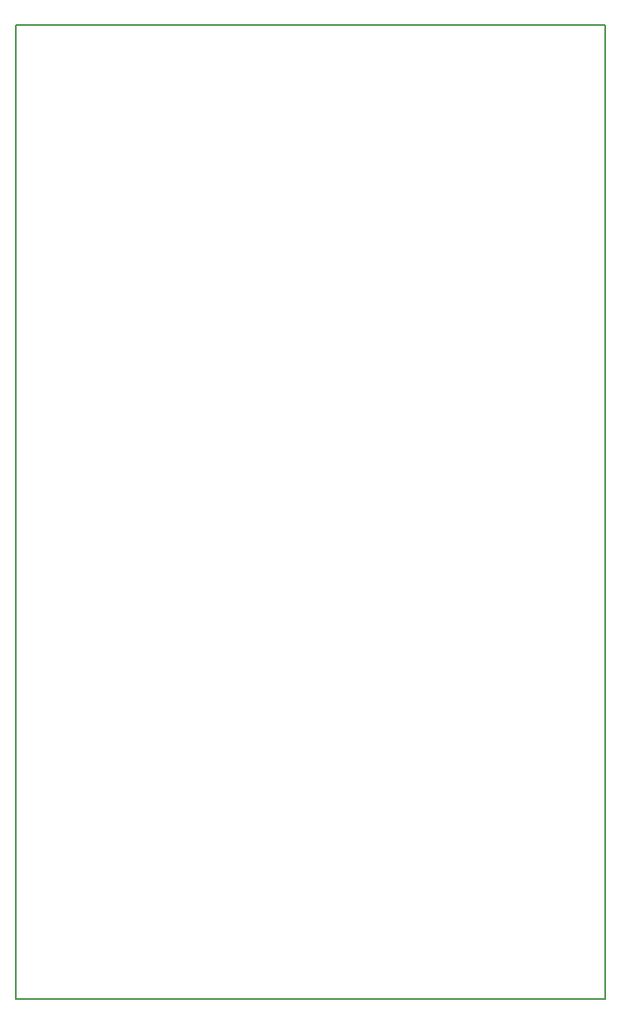
<source format=gbr>
G04 #@! TF.GenerationSoftware,KiCad,Pcbnew,(5.0.0)*
G04 #@! TF.CreationDate,2018-10-30T20:30:18+00:00*
G04 #@! TF.ProjectId,Nano SSI interface,4E616E6F2053534920696E7465726661,rev?*
G04 #@! TF.SameCoordinates,Original*
G04 #@! TF.FileFunction,Profile,NP*
%FSLAX46Y46*%
G04 Gerber Fmt 4.6, Leading zero omitted, Abs format (unit mm)*
G04 Created by KiCad (PCBNEW (5.0.0)) date 10/30/18 20:30:18*
%MOMM*%
%LPD*%
G01*
G04 APERTURE LIST*
%ADD10C,0.150000*%
G04 APERTURE END LIST*
D10*
X160000000Y-20000000D02*
X220000000Y-20000000D01*
X160000000Y-20000000D02*
X160000000Y-119000000D01*
X220000000Y-119000000D02*
X160000000Y-119000000D01*
X220000000Y-20000000D02*
X220000000Y-119000000D01*
M02*

</source>
